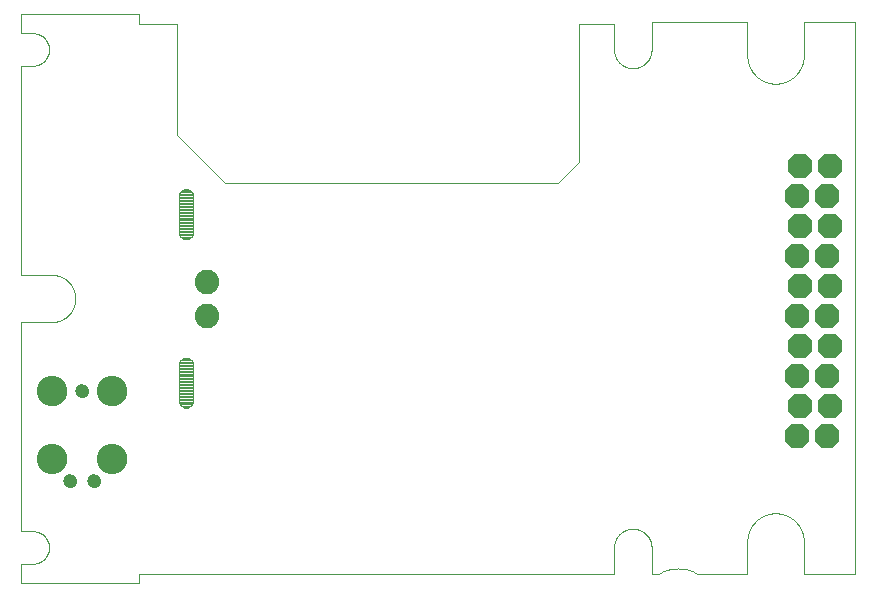
<source format=gbs>
G75*
%MOIN*%
%OFA0B0*%
%FSLAX25Y25*%
%IPPOS*%
%LPD*%
%AMOC8*
5,1,8,0,0,1.08239X$1,22.5*
%
%ADD10C,0.00100*%
%ADD11C,0.00492*%
%ADD12OC8,0.08200*%
%ADD13C,0.08200*%
%ADD14C,0.00000*%
%ADD15C,0.04700*%
%ADD16C,0.10150*%
D10*
X0007311Y0010025D02*
X0046681Y0010025D01*
X0046681Y0012741D01*
X0204998Y0012741D01*
X0204998Y0021741D01*
X0205000Y0021898D01*
X0205006Y0022055D01*
X0205016Y0022212D01*
X0205030Y0022368D01*
X0205047Y0022524D01*
X0205069Y0022680D01*
X0205094Y0022835D01*
X0205124Y0022989D01*
X0205157Y0023143D01*
X0205194Y0023295D01*
X0205235Y0023447D01*
X0205280Y0023598D01*
X0205329Y0023747D01*
X0205381Y0023895D01*
X0205437Y0024042D01*
X0205497Y0024187D01*
X0205560Y0024331D01*
X0205627Y0024473D01*
X0205697Y0024613D01*
X0205771Y0024752D01*
X0205848Y0024889D01*
X0205929Y0025023D01*
X0206013Y0025156D01*
X0206101Y0025286D01*
X0206192Y0025415D01*
X0206286Y0025541D01*
X0206383Y0025664D01*
X0206483Y0025785D01*
X0206586Y0025904D01*
X0206692Y0026019D01*
X0206801Y0026133D01*
X0206913Y0026243D01*
X0207027Y0026350D01*
X0207144Y0026455D01*
X0207264Y0026557D01*
X0207386Y0026655D01*
X0207511Y0026751D01*
X0207638Y0026843D01*
X0207768Y0026932D01*
X0207899Y0027018D01*
X0208033Y0027101D01*
X0208168Y0027180D01*
X0208306Y0027255D01*
X0208446Y0027328D01*
X0208587Y0027396D01*
X0208730Y0027461D01*
X0208874Y0027523D01*
X0209020Y0027581D01*
X0209168Y0027635D01*
X0209317Y0027685D01*
X0209467Y0027732D01*
X0209618Y0027775D01*
X0209770Y0027814D01*
X0209923Y0027849D01*
X0210077Y0027880D01*
X0210232Y0027908D01*
X0210387Y0027931D01*
X0210543Y0027951D01*
X0210699Y0027967D01*
X0210856Y0027979D01*
X0211012Y0027987D01*
X0211169Y0027991D01*
X0211327Y0027991D01*
X0211484Y0027987D01*
X0211640Y0027979D01*
X0211797Y0027967D01*
X0211953Y0027951D01*
X0212109Y0027931D01*
X0212264Y0027908D01*
X0212419Y0027880D01*
X0212573Y0027849D01*
X0212726Y0027814D01*
X0212878Y0027775D01*
X0213029Y0027732D01*
X0213179Y0027685D01*
X0213328Y0027635D01*
X0213476Y0027581D01*
X0213622Y0027523D01*
X0213766Y0027461D01*
X0213909Y0027396D01*
X0214050Y0027328D01*
X0214190Y0027255D01*
X0214328Y0027180D01*
X0214463Y0027101D01*
X0214597Y0027018D01*
X0214728Y0026932D01*
X0214858Y0026843D01*
X0214985Y0026751D01*
X0215110Y0026655D01*
X0215232Y0026557D01*
X0215352Y0026455D01*
X0215469Y0026350D01*
X0215583Y0026243D01*
X0215695Y0026133D01*
X0215804Y0026019D01*
X0215910Y0025904D01*
X0216013Y0025785D01*
X0216113Y0025664D01*
X0216210Y0025541D01*
X0216304Y0025415D01*
X0216395Y0025286D01*
X0216483Y0025156D01*
X0216567Y0025023D01*
X0216648Y0024889D01*
X0216725Y0024752D01*
X0216799Y0024613D01*
X0216869Y0024473D01*
X0216936Y0024331D01*
X0216999Y0024187D01*
X0217059Y0024042D01*
X0217115Y0023895D01*
X0217167Y0023747D01*
X0217216Y0023598D01*
X0217261Y0023447D01*
X0217302Y0023295D01*
X0217339Y0023143D01*
X0217372Y0022989D01*
X0217402Y0022835D01*
X0217427Y0022680D01*
X0217449Y0022524D01*
X0217466Y0022368D01*
X0217480Y0022212D01*
X0217490Y0022055D01*
X0217496Y0021898D01*
X0217498Y0021741D01*
X0217498Y0012741D01*
X0219528Y0012741D01*
X0233093Y0012741D02*
X0249411Y0012741D01*
X0249411Y0023741D01*
X0249414Y0023970D01*
X0249422Y0024199D01*
X0249436Y0024427D01*
X0249456Y0024655D01*
X0249481Y0024883D01*
X0249511Y0025110D01*
X0249547Y0025336D01*
X0249589Y0025561D01*
X0249636Y0025785D01*
X0249688Y0026008D01*
X0249746Y0026229D01*
X0249810Y0026449D01*
X0249878Y0026668D01*
X0249952Y0026884D01*
X0250031Y0027099D01*
X0250116Y0027312D01*
X0250205Y0027522D01*
X0250300Y0027731D01*
X0250399Y0027937D01*
X0250504Y0028141D01*
X0250614Y0028342D01*
X0250728Y0028540D01*
X0250847Y0028735D01*
X0250971Y0028928D01*
X0251100Y0029117D01*
X0251233Y0029303D01*
X0251371Y0029486D01*
X0251513Y0029666D01*
X0251659Y0029841D01*
X0251810Y0030014D01*
X0251965Y0030182D01*
X0252124Y0030347D01*
X0252287Y0030508D01*
X0252453Y0030665D01*
X0252624Y0030818D01*
X0252798Y0030966D01*
X0252976Y0031111D01*
X0253157Y0031250D01*
X0253342Y0031386D01*
X0253529Y0031517D01*
X0253720Y0031643D01*
X0253914Y0031765D01*
X0254111Y0031882D01*
X0254311Y0031994D01*
X0254513Y0032101D01*
X0254718Y0032203D01*
X0254925Y0032300D01*
X0255135Y0032392D01*
X0255346Y0032479D01*
X0255560Y0032561D01*
X0255776Y0032638D01*
X0255993Y0032709D01*
X0256213Y0032775D01*
X0256433Y0032835D01*
X0256656Y0032891D01*
X0256879Y0032940D01*
X0257104Y0032985D01*
X0257329Y0033023D01*
X0257556Y0033057D01*
X0257783Y0033085D01*
X0258011Y0033107D01*
X0258239Y0033124D01*
X0258468Y0033135D01*
X0258697Y0033140D01*
X0258925Y0033140D01*
X0259154Y0033135D01*
X0259383Y0033124D01*
X0259611Y0033107D01*
X0259839Y0033085D01*
X0260066Y0033057D01*
X0260293Y0033023D01*
X0260518Y0032985D01*
X0260743Y0032940D01*
X0260966Y0032891D01*
X0261189Y0032835D01*
X0261409Y0032775D01*
X0261629Y0032709D01*
X0261846Y0032638D01*
X0262062Y0032561D01*
X0262276Y0032479D01*
X0262487Y0032392D01*
X0262697Y0032300D01*
X0262904Y0032203D01*
X0263109Y0032101D01*
X0263311Y0031994D01*
X0263511Y0031882D01*
X0263708Y0031765D01*
X0263902Y0031643D01*
X0264093Y0031517D01*
X0264280Y0031386D01*
X0264465Y0031250D01*
X0264646Y0031111D01*
X0264824Y0030966D01*
X0264998Y0030818D01*
X0265169Y0030665D01*
X0265335Y0030508D01*
X0265498Y0030347D01*
X0265657Y0030182D01*
X0265812Y0030014D01*
X0265963Y0029841D01*
X0266109Y0029666D01*
X0266251Y0029486D01*
X0266389Y0029303D01*
X0266522Y0029117D01*
X0266651Y0028928D01*
X0266775Y0028735D01*
X0266894Y0028540D01*
X0267008Y0028342D01*
X0267118Y0028141D01*
X0267223Y0027937D01*
X0267322Y0027731D01*
X0267417Y0027522D01*
X0267506Y0027312D01*
X0267591Y0027099D01*
X0267670Y0026884D01*
X0267744Y0026668D01*
X0267812Y0026449D01*
X0267876Y0026229D01*
X0267934Y0026008D01*
X0267986Y0025785D01*
X0268033Y0025561D01*
X0268075Y0025336D01*
X0268111Y0025110D01*
X0268141Y0024883D01*
X0268166Y0024655D01*
X0268186Y0024427D01*
X0268200Y0024199D01*
X0268208Y0023970D01*
X0268211Y0023741D01*
X0268211Y0012741D01*
X0285311Y0012741D01*
X0285311Y0196741D01*
X0268211Y0196741D01*
X0268211Y0185741D01*
X0268208Y0185512D01*
X0268200Y0185283D01*
X0268186Y0185055D01*
X0268166Y0184827D01*
X0268141Y0184599D01*
X0268111Y0184372D01*
X0268075Y0184146D01*
X0268033Y0183921D01*
X0267986Y0183697D01*
X0267934Y0183474D01*
X0267876Y0183253D01*
X0267812Y0183033D01*
X0267744Y0182814D01*
X0267670Y0182598D01*
X0267591Y0182383D01*
X0267506Y0182170D01*
X0267417Y0181960D01*
X0267322Y0181751D01*
X0267223Y0181545D01*
X0267118Y0181341D01*
X0267008Y0181140D01*
X0266894Y0180942D01*
X0266775Y0180747D01*
X0266651Y0180554D01*
X0266522Y0180365D01*
X0266389Y0180179D01*
X0266251Y0179996D01*
X0266109Y0179816D01*
X0265963Y0179641D01*
X0265812Y0179468D01*
X0265657Y0179300D01*
X0265498Y0179135D01*
X0265335Y0178974D01*
X0265169Y0178817D01*
X0264998Y0178664D01*
X0264824Y0178516D01*
X0264646Y0178371D01*
X0264465Y0178232D01*
X0264280Y0178096D01*
X0264093Y0177965D01*
X0263902Y0177839D01*
X0263708Y0177717D01*
X0263511Y0177600D01*
X0263311Y0177488D01*
X0263109Y0177381D01*
X0262904Y0177279D01*
X0262697Y0177182D01*
X0262487Y0177090D01*
X0262276Y0177003D01*
X0262062Y0176921D01*
X0261846Y0176844D01*
X0261629Y0176773D01*
X0261409Y0176707D01*
X0261189Y0176647D01*
X0260966Y0176591D01*
X0260743Y0176542D01*
X0260518Y0176497D01*
X0260293Y0176459D01*
X0260066Y0176425D01*
X0259839Y0176397D01*
X0259611Y0176375D01*
X0259383Y0176358D01*
X0259154Y0176347D01*
X0258925Y0176342D01*
X0258697Y0176342D01*
X0258468Y0176347D01*
X0258239Y0176358D01*
X0258011Y0176375D01*
X0257783Y0176397D01*
X0257556Y0176425D01*
X0257329Y0176459D01*
X0257104Y0176497D01*
X0256879Y0176542D01*
X0256656Y0176591D01*
X0256433Y0176647D01*
X0256213Y0176707D01*
X0255993Y0176773D01*
X0255776Y0176844D01*
X0255560Y0176921D01*
X0255346Y0177003D01*
X0255135Y0177090D01*
X0254925Y0177182D01*
X0254718Y0177279D01*
X0254513Y0177381D01*
X0254311Y0177488D01*
X0254111Y0177600D01*
X0253914Y0177717D01*
X0253720Y0177839D01*
X0253529Y0177965D01*
X0253342Y0178096D01*
X0253157Y0178232D01*
X0252976Y0178371D01*
X0252798Y0178516D01*
X0252624Y0178664D01*
X0252453Y0178817D01*
X0252287Y0178974D01*
X0252124Y0179135D01*
X0251965Y0179300D01*
X0251810Y0179468D01*
X0251659Y0179641D01*
X0251513Y0179816D01*
X0251371Y0179996D01*
X0251233Y0180179D01*
X0251100Y0180365D01*
X0250971Y0180554D01*
X0250847Y0180747D01*
X0250728Y0180942D01*
X0250614Y0181140D01*
X0250504Y0181341D01*
X0250399Y0181545D01*
X0250300Y0181751D01*
X0250205Y0181960D01*
X0250116Y0182170D01*
X0250031Y0182383D01*
X0249952Y0182598D01*
X0249878Y0182814D01*
X0249810Y0183033D01*
X0249746Y0183253D01*
X0249688Y0183474D01*
X0249636Y0183697D01*
X0249589Y0183921D01*
X0249547Y0184146D01*
X0249511Y0184372D01*
X0249481Y0184599D01*
X0249456Y0184827D01*
X0249436Y0185055D01*
X0249422Y0185283D01*
X0249414Y0185512D01*
X0249411Y0185741D01*
X0249411Y0196741D01*
X0217498Y0196741D01*
X0217498Y0187741D01*
X0217496Y0187584D01*
X0217490Y0187427D01*
X0217480Y0187270D01*
X0217466Y0187114D01*
X0217449Y0186958D01*
X0217427Y0186802D01*
X0217402Y0186647D01*
X0217372Y0186493D01*
X0217339Y0186339D01*
X0217302Y0186187D01*
X0217261Y0186035D01*
X0217216Y0185884D01*
X0217167Y0185735D01*
X0217115Y0185587D01*
X0217059Y0185440D01*
X0216999Y0185295D01*
X0216936Y0185151D01*
X0216869Y0185009D01*
X0216799Y0184869D01*
X0216725Y0184730D01*
X0216648Y0184593D01*
X0216567Y0184459D01*
X0216483Y0184326D01*
X0216395Y0184196D01*
X0216304Y0184067D01*
X0216210Y0183941D01*
X0216113Y0183818D01*
X0216013Y0183697D01*
X0215910Y0183578D01*
X0215804Y0183463D01*
X0215695Y0183349D01*
X0215583Y0183239D01*
X0215469Y0183132D01*
X0215352Y0183027D01*
X0215232Y0182925D01*
X0215110Y0182827D01*
X0214985Y0182731D01*
X0214858Y0182639D01*
X0214728Y0182550D01*
X0214597Y0182464D01*
X0214463Y0182381D01*
X0214328Y0182302D01*
X0214190Y0182227D01*
X0214050Y0182154D01*
X0213909Y0182086D01*
X0213766Y0182021D01*
X0213622Y0181959D01*
X0213476Y0181901D01*
X0213328Y0181847D01*
X0213179Y0181797D01*
X0213029Y0181750D01*
X0212878Y0181707D01*
X0212726Y0181668D01*
X0212573Y0181633D01*
X0212419Y0181602D01*
X0212264Y0181574D01*
X0212109Y0181551D01*
X0211953Y0181531D01*
X0211797Y0181515D01*
X0211640Y0181503D01*
X0211484Y0181495D01*
X0211327Y0181491D01*
X0211169Y0181491D01*
X0211012Y0181495D01*
X0210856Y0181503D01*
X0210699Y0181515D01*
X0210543Y0181531D01*
X0210387Y0181551D01*
X0210232Y0181574D01*
X0210077Y0181602D01*
X0209923Y0181633D01*
X0209770Y0181668D01*
X0209618Y0181707D01*
X0209467Y0181750D01*
X0209317Y0181797D01*
X0209168Y0181847D01*
X0209020Y0181901D01*
X0208874Y0181959D01*
X0208730Y0182021D01*
X0208587Y0182086D01*
X0208446Y0182154D01*
X0208306Y0182227D01*
X0208168Y0182302D01*
X0208033Y0182381D01*
X0207899Y0182464D01*
X0207768Y0182550D01*
X0207638Y0182639D01*
X0207511Y0182731D01*
X0207386Y0182827D01*
X0207264Y0182925D01*
X0207144Y0183027D01*
X0207027Y0183132D01*
X0206913Y0183239D01*
X0206801Y0183349D01*
X0206692Y0183463D01*
X0206586Y0183578D01*
X0206483Y0183697D01*
X0206383Y0183818D01*
X0206286Y0183941D01*
X0206192Y0184067D01*
X0206101Y0184196D01*
X0206013Y0184326D01*
X0205929Y0184459D01*
X0205848Y0184593D01*
X0205771Y0184730D01*
X0205697Y0184869D01*
X0205627Y0185009D01*
X0205560Y0185151D01*
X0205497Y0185295D01*
X0205437Y0185440D01*
X0205381Y0185587D01*
X0205329Y0185735D01*
X0205280Y0185884D01*
X0205235Y0186035D01*
X0205194Y0186187D01*
X0205157Y0186339D01*
X0205124Y0186493D01*
X0205094Y0186647D01*
X0205069Y0186802D01*
X0205047Y0186958D01*
X0205030Y0187114D01*
X0205016Y0187270D01*
X0205006Y0187427D01*
X0205000Y0187584D01*
X0204998Y0187741D01*
X0204998Y0196300D01*
X0193300Y0196300D01*
X0193300Y0150300D01*
X0186300Y0143300D01*
X0075300Y0143300D01*
X0059300Y0159300D01*
X0059300Y0196300D01*
X0046681Y0196300D01*
X0046681Y0199458D01*
X0007311Y0199458D01*
X0007311Y0193155D01*
X0011248Y0193155D01*
X0011248Y0193154D02*
X0011393Y0193152D01*
X0011539Y0193146D01*
X0011684Y0193136D01*
X0011828Y0193123D01*
X0011973Y0193105D01*
X0012116Y0193084D01*
X0012259Y0193059D01*
X0012402Y0193030D01*
X0012543Y0192997D01*
X0012684Y0192960D01*
X0012824Y0192920D01*
X0012962Y0192875D01*
X0013099Y0192828D01*
X0013235Y0192776D01*
X0013370Y0192721D01*
X0013503Y0192662D01*
X0013634Y0192600D01*
X0013764Y0192534D01*
X0013891Y0192465D01*
X0014017Y0192392D01*
X0014141Y0192316D01*
X0014263Y0192237D01*
X0014382Y0192154D01*
X0014500Y0192068D01*
X0014615Y0191980D01*
X0014727Y0191888D01*
X0014837Y0191793D01*
X0014945Y0191695D01*
X0015050Y0191594D01*
X0015152Y0191491D01*
X0015251Y0191385D01*
X0015348Y0191276D01*
X0015441Y0191164D01*
X0015531Y0191051D01*
X0015619Y0190934D01*
X0015703Y0190816D01*
X0015784Y0190695D01*
X0015861Y0190572D01*
X0015936Y0190448D01*
X0016007Y0190321D01*
X0016074Y0190192D01*
X0016138Y0190062D01*
X0016199Y0189929D01*
X0016256Y0189796D01*
X0016309Y0189660D01*
X0016359Y0189524D01*
X0016405Y0189386D01*
X0016447Y0189247D01*
X0016486Y0189107D01*
X0016521Y0188966D01*
X0016552Y0188824D01*
X0016579Y0188681D01*
X0016602Y0188537D01*
X0016622Y0188393D01*
X0016637Y0188249D01*
X0016649Y0188104D01*
X0016657Y0187959D01*
X0016661Y0187814D01*
X0016661Y0187668D01*
X0016657Y0187523D01*
X0016649Y0187378D01*
X0016637Y0187233D01*
X0016622Y0187089D01*
X0016602Y0186945D01*
X0016579Y0186801D01*
X0016552Y0186658D01*
X0016521Y0186516D01*
X0016486Y0186375D01*
X0016447Y0186235D01*
X0016405Y0186096D01*
X0016359Y0185958D01*
X0016309Y0185822D01*
X0016256Y0185686D01*
X0016199Y0185553D01*
X0016138Y0185420D01*
X0016074Y0185290D01*
X0016007Y0185161D01*
X0015936Y0185035D01*
X0015861Y0184910D01*
X0015784Y0184787D01*
X0015703Y0184666D01*
X0015619Y0184548D01*
X0015531Y0184431D01*
X0015441Y0184318D01*
X0015348Y0184206D01*
X0015251Y0184097D01*
X0015152Y0183991D01*
X0015050Y0183888D01*
X0014945Y0183787D01*
X0014837Y0183689D01*
X0014727Y0183594D01*
X0014615Y0183502D01*
X0014500Y0183414D01*
X0014382Y0183328D01*
X0014263Y0183245D01*
X0014141Y0183166D01*
X0014017Y0183090D01*
X0013891Y0183017D01*
X0013764Y0182948D01*
X0013634Y0182882D01*
X0013503Y0182820D01*
X0013370Y0182761D01*
X0013235Y0182706D01*
X0013099Y0182654D01*
X0012962Y0182607D01*
X0012824Y0182562D01*
X0012684Y0182522D01*
X0012543Y0182485D01*
X0012402Y0182452D01*
X0012259Y0182423D01*
X0012116Y0182398D01*
X0011973Y0182377D01*
X0011828Y0182359D01*
X0011684Y0182346D01*
X0011539Y0182336D01*
X0011393Y0182330D01*
X0011248Y0182328D01*
X0007311Y0182328D01*
X0007311Y0112615D01*
X0017540Y0112615D01*
X0017732Y0112613D01*
X0017923Y0112606D01*
X0018115Y0112594D01*
X0018306Y0112578D01*
X0018496Y0112557D01*
X0018686Y0112531D01*
X0018876Y0112501D01*
X0019064Y0112466D01*
X0019252Y0112427D01*
X0019439Y0112383D01*
X0019624Y0112334D01*
X0019808Y0112281D01*
X0019991Y0112224D01*
X0020173Y0112162D01*
X0020353Y0112095D01*
X0020531Y0112025D01*
X0020708Y0111950D01*
X0020882Y0111870D01*
X0021055Y0111787D01*
X0021225Y0111699D01*
X0021394Y0111608D01*
X0021560Y0111512D01*
X0021723Y0111412D01*
X0021885Y0111308D01*
X0022043Y0111200D01*
X0022199Y0111089D01*
X0022352Y0110973D01*
X0022503Y0110854D01*
X0022650Y0110732D01*
X0022794Y0110605D01*
X0022936Y0110476D01*
X0023074Y0110343D01*
X0023209Y0110206D01*
X0023340Y0110066D01*
X0023468Y0109924D01*
X0023592Y0109778D01*
X0023713Y0109629D01*
X0023830Y0109477D01*
X0023944Y0109323D01*
X0024054Y0109165D01*
X0024159Y0109005D01*
X0024261Y0108843D01*
X0024359Y0108678D01*
X0024453Y0108511D01*
X0024543Y0108341D01*
X0024628Y0108170D01*
X0024710Y0107996D01*
X0024787Y0107821D01*
X0024860Y0107643D01*
X0024928Y0107464D01*
X0024992Y0107283D01*
X0025052Y0107101D01*
X0025107Y0106918D01*
X0025158Y0106733D01*
X0025204Y0106547D01*
X0025246Y0106359D01*
X0025283Y0106171D01*
X0025316Y0105982D01*
X0025343Y0105793D01*
X0025367Y0105602D01*
X0025385Y0105411D01*
X0025399Y0105220D01*
X0025409Y0105029D01*
X0025413Y0104837D01*
X0025413Y0104645D01*
X0025409Y0104453D01*
X0025399Y0104262D01*
X0025385Y0104071D01*
X0025367Y0103880D01*
X0025343Y0103689D01*
X0025316Y0103500D01*
X0025283Y0103311D01*
X0025246Y0103123D01*
X0025204Y0102935D01*
X0025158Y0102749D01*
X0025107Y0102564D01*
X0025052Y0102381D01*
X0024992Y0102199D01*
X0024928Y0102018D01*
X0024860Y0101839D01*
X0024787Y0101661D01*
X0024710Y0101486D01*
X0024628Y0101312D01*
X0024543Y0101141D01*
X0024453Y0100971D01*
X0024359Y0100804D01*
X0024261Y0100639D01*
X0024159Y0100477D01*
X0024054Y0100317D01*
X0023944Y0100159D01*
X0023830Y0100005D01*
X0023713Y0099853D01*
X0023592Y0099704D01*
X0023468Y0099558D01*
X0023340Y0099416D01*
X0023209Y0099276D01*
X0023074Y0099139D01*
X0022936Y0099006D01*
X0022794Y0098877D01*
X0022650Y0098750D01*
X0022503Y0098628D01*
X0022352Y0098509D01*
X0022199Y0098393D01*
X0022043Y0098282D01*
X0021885Y0098174D01*
X0021723Y0098070D01*
X0021560Y0097970D01*
X0021394Y0097874D01*
X0021225Y0097783D01*
X0021055Y0097695D01*
X0020882Y0097612D01*
X0020708Y0097532D01*
X0020531Y0097457D01*
X0020353Y0097387D01*
X0020173Y0097320D01*
X0019991Y0097258D01*
X0019808Y0097201D01*
X0019624Y0097148D01*
X0019439Y0097099D01*
X0019252Y0097055D01*
X0019064Y0097016D01*
X0018876Y0096981D01*
X0018686Y0096951D01*
X0018496Y0096925D01*
X0018306Y0096904D01*
X0018115Y0096888D01*
X0017923Y0096876D01*
X0017732Y0096869D01*
X0017540Y0096867D01*
X0007311Y0096867D01*
X0007311Y0027155D01*
X0011248Y0027155D01*
X0011248Y0027154D02*
X0011393Y0027152D01*
X0011539Y0027146D01*
X0011684Y0027136D01*
X0011828Y0027123D01*
X0011973Y0027105D01*
X0012116Y0027084D01*
X0012259Y0027059D01*
X0012402Y0027030D01*
X0012543Y0026997D01*
X0012684Y0026960D01*
X0012824Y0026920D01*
X0012962Y0026875D01*
X0013099Y0026828D01*
X0013235Y0026776D01*
X0013370Y0026721D01*
X0013503Y0026662D01*
X0013634Y0026600D01*
X0013764Y0026534D01*
X0013891Y0026465D01*
X0014017Y0026392D01*
X0014141Y0026316D01*
X0014263Y0026237D01*
X0014382Y0026154D01*
X0014500Y0026068D01*
X0014615Y0025980D01*
X0014727Y0025888D01*
X0014837Y0025793D01*
X0014945Y0025695D01*
X0015050Y0025594D01*
X0015152Y0025491D01*
X0015251Y0025385D01*
X0015348Y0025276D01*
X0015441Y0025164D01*
X0015531Y0025051D01*
X0015619Y0024934D01*
X0015703Y0024816D01*
X0015784Y0024695D01*
X0015861Y0024572D01*
X0015936Y0024448D01*
X0016007Y0024321D01*
X0016074Y0024192D01*
X0016138Y0024062D01*
X0016199Y0023929D01*
X0016256Y0023796D01*
X0016309Y0023660D01*
X0016359Y0023524D01*
X0016405Y0023386D01*
X0016447Y0023247D01*
X0016486Y0023107D01*
X0016521Y0022966D01*
X0016552Y0022824D01*
X0016579Y0022681D01*
X0016602Y0022537D01*
X0016622Y0022393D01*
X0016637Y0022249D01*
X0016649Y0022104D01*
X0016657Y0021959D01*
X0016661Y0021814D01*
X0016661Y0021668D01*
X0016657Y0021523D01*
X0016649Y0021378D01*
X0016637Y0021233D01*
X0016622Y0021089D01*
X0016602Y0020945D01*
X0016579Y0020801D01*
X0016552Y0020658D01*
X0016521Y0020516D01*
X0016486Y0020375D01*
X0016447Y0020235D01*
X0016405Y0020096D01*
X0016359Y0019958D01*
X0016309Y0019822D01*
X0016256Y0019686D01*
X0016199Y0019553D01*
X0016138Y0019420D01*
X0016074Y0019290D01*
X0016007Y0019161D01*
X0015936Y0019035D01*
X0015861Y0018910D01*
X0015784Y0018787D01*
X0015703Y0018666D01*
X0015619Y0018548D01*
X0015531Y0018431D01*
X0015441Y0018318D01*
X0015348Y0018206D01*
X0015251Y0018097D01*
X0015152Y0017991D01*
X0015050Y0017888D01*
X0014945Y0017787D01*
X0014837Y0017689D01*
X0014727Y0017594D01*
X0014615Y0017502D01*
X0014500Y0017414D01*
X0014382Y0017328D01*
X0014263Y0017245D01*
X0014141Y0017166D01*
X0014017Y0017090D01*
X0013891Y0017017D01*
X0013764Y0016948D01*
X0013634Y0016882D01*
X0013503Y0016820D01*
X0013370Y0016761D01*
X0013235Y0016706D01*
X0013099Y0016654D01*
X0012962Y0016607D01*
X0012824Y0016562D01*
X0012684Y0016522D01*
X0012543Y0016485D01*
X0012402Y0016452D01*
X0012259Y0016423D01*
X0012116Y0016398D01*
X0011973Y0016377D01*
X0011828Y0016359D01*
X0011684Y0016346D01*
X0011539Y0016336D01*
X0011393Y0016330D01*
X0011248Y0016328D01*
X0007311Y0016328D01*
X0007311Y0010025D01*
X0219529Y0012741D02*
X0219787Y0012903D01*
X0220049Y0013059D01*
X0220315Y0013209D01*
X0220584Y0013352D01*
X0220857Y0013488D01*
X0221133Y0013618D01*
X0221412Y0013741D01*
X0221695Y0013857D01*
X0221979Y0013966D01*
X0222267Y0014069D01*
X0222557Y0014164D01*
X0222849Y0014252D01*
X0223143Y0014333D01*
X0223439Y0014407D01*
X0223737Y0014473D01*
X0224036Y0014532D01*
X0224336Y0014584D01*
X0224638Y0014629D01*
X0224941Y0014666D01*
X0225245Y0014695D01*
X0225549Y0014718D01*
X0225854Y0014733D01*
X0226158Y0014740D01*
X0226464Y0014740D01*
X0226768Y0014733D01*
X0227073Y0014718D01*
X0227377Y0014695D01*
X0227681Y0014666D01*
X0227984Y0014629D01*
X0228286Y0014584D01*
X0228586Y0014532D01*
X0228885Y0014473D01*
X0229183Y0014407D01*
X0229479Y0014333D01*
X0229773Y0014252D01*
X0230065Y0014164D01*
X0230355Y0014069D01*
X0230643Y0013966D01*
X0230927Y0013857D01*
X0231210Y0013741D01*
X0231489Y0013618D01*
X0231765Y0013488D01*
X0232038Y0013352D01*
X0232307Y0013209D01*
X0232573Y0013059D01*
X0232835Y0012903D01*
X0233093Y0012741D01*
D11*
X0064573Y0069853D02*
X0064346Y0069427D01*
X0064040Y0069055D01*
X0063667Y0068749D01*
X0063242Y0068521D01*
X0062780Y0068381D01*
X0062300Y0068334D01*
X0061820Y0068381D01*
X0061358Y0068521D01*
X0060933Y0068749D01*
X0060560Y0069055D01*
X0060254Y0069427D01*
X0060027Y0069853D01*
X0059887Y0070314D01*
X0059839Y0070794D01*
X0059839Y0076700D01*
X0059839Y0082606D01*
X0059887Y0083086D01*
X0060027Y0083547D01*
X0060254Y0083973D01*
X0060560Y0084345D01*
X0060933Y0084651D01*
X0061358Y0084879D01*
X0061820Y0085019D01*
X0062300Y0085066D01*
X0062780Y0085019D01*
X0063242Y0084879D01*
X0063667Y0084651D01*
X0064040Y0084345D01*
X0064346Y0083973D01*
X0064573Y0083547D01*
X0064713Y0083086D01*
X0064761Y0082606D01*
X0064761Y0070794D01*
X0064713Y0070314D01*
X0064573Y0069853D01*
X0064590Y0069907D02*
X0060010Y0069907D01*
X0059878Y0070397D02*
X0064722Y0070397D01*
X0064761Y0070888D02*
X0059839Y0070888D01*
X0059839Y0071379D02*
X0064761Y0071379D01*
X0064761Y0071869D02*
X0059839Y0071869D01*
X0059839Y0072360D02*
X0064761Y0072360D01*
X0064761Y0072851D02*
X0059839Y0072851D01*
X0059839Y0073341D02*
X0064761Y0073341D01*
X0064761Y0073832D02*
X0059839Y0073832D01*
X0059839Y0074323D02*
X0064761Y0074323D01*
X0064761Y0074813D02*
X0059839Y0074813D01*
X0059839Y0075304D02*
X0064761Y0075304D01*
X0064761Y0075794D02*
X0059839Y0075794D01*
X0059839Y0076285D02*
X0064761Y0076285D01*
X0064761Y0076776D02*
X0059839Y0076776D01*
X0059839Y0077266D02*
X0064761Y0077266D01*
X0064761Y0077757D02*
X0059839Y0077757D01*
X0059839Y0078248D02*
X0064761Y0078248D01*
X0064761Y0078738D02*
X0059839Y0078738D01*
X0059839Y0079229D02*
X0064761Y0079229D01*
X0064761Y0079720D02*
X0059839Y0079720D01*
X0059839Y0080210D02*
X0064761Y0080210D01*
X0064761Y0080701D02*
X0059839Y0080701D01*
X0059839Y0081191D02*
X0064761Y0081191D01*
X0064761Y0081682D02*
X0059839Y0081682D01*
X0059839Y0082173D02*
X0064761Y0082173D01*
X0064755Y0082663D02*
X0059845Y0082663D01*
X0059907Y0083154D02*
X0064693Y0083154D01*
X0064521Y0083645D02*
X0060079Y0083645D01*
X0060388Y0084135D02*
X0064212Y0084135D01*
X0063698Y0084626D02*
X0060902Y0084626D01*
X0060263Y0069416D02*
X0064337Y0069416D01*
X0063883Y0068925D02*
X0060717Y0068925D01*
X0061643Y0068435D02*
X0062957Y0068435D01*
X0062300Y0124434D02*
X0061820Y0124481D01*
X0061358Y0124621D01*
X0060933Y0124849D01*
X0060560Y0125155D01*
X0060254Y0125527D01*
X0060027Y0125953D01*
X0059887Y0126414D01*
X0059839Y0126894D01*
X0059839Y0132800D01*
X0059839Y0138706D01*
X0059887Y0139186D01*
X0060027Y0139647D01*
X0060254Y0140073D01*
X0060560Y0140445D01*
X0060933Y0140751D01*
X0061358Y0140979D01*
X0061820Y0141119D01*
X0062300Y0141166D01*
X0062780Y0141119D01*
X0063242Y0140979D01*
X0063667Y0140751D01*
X0064040Y0140445D01*
X0064346Y0140073D01*
X0064573Y0139647D01*
X0064713Y0139186D01*
X0064761Y0138706D01*
X0064761Y0126894D01*
X0064713Y0126414D01*
X0064573Y0125953D01*
X0064346Y0125527D01*
X0064040Y0125155D01*
X0063667Y0124849D01*
X0063242Y0124621D01*
X0062780Y0124481D01*
X0062300Y0124434D01*
X0060921Y0124858D02*
X0063679Y0124858D01*
X0064199Y0125349D02*
X0060401Y0125349D01*
X0060087Y0125839D02*
X0064513Y0125839D01*
X0064688Y0126330D02*
X0059912Y0126330D01*
X0059847Y0126821D02*
X0064753Y0126821D01*
X0064761Y0127311D02*
X0059839Y0127311D01*
X0059839Y0127802D02*
X0064761Y0127802D01*
X0064761Y0128293D02*
X0059839Y0128293D01*
X0059839Y0128783D02*
X0064761Y0128783D01*
X0064761Y0129274D02*
X0059839Y0129274D01*
X0059839Y0129765D02*
X0064761Y0129765D01*
X0064761Y0130255D02*
X0059839Y0130255D01*
X0059839Y0130746D02*
X0064761Y0130746D01*
X0064761Y0131236D02*
X0059839Y0131236D01*
X0059839Y0131727D02*
X0064761Y0131727D01*
X0064761Y0132218D02*
X0059839Y0132218D01*
X0059839Y0132708D02*
X0064761Y0132708D01*
X0064761Y0133199D02*
X0059839Y0133199D01*
X0059839Y0133690D02*
X0064761Y0133690D01*
X0064761Y0134180D02*
X0059839Y0134180D01*
X0059839Y0134671D02*
X0064761Y0134671D01*
X0064761Y0135162D02*
X0059839Y0135162D01*
X0059839Y0135652D02*
X0064761Y0135652D01*
X0064761Y0136143D02*
X0059839Y0136143D01*
X0059839Y0136633D02*
X0064761Y0136633D01*
X0064761Y0137124D02*
X0059839Y0137124D01*
X0059839Y0137615D02*
X0064761Y0137615D01*
X0064761Y0138105D02*
X0059839Y0138105D01*
X0059839Y0138596D02*
X0064761Y0138596D01*
X0064723Y0139087D02*
X0059877Y0139087D01*
X0060005Y0139577D02*
X0064595Y0139577D01*
X0064348Y0140068D02*
X0060252Y0140068D01*
X0060698Y0140559D02*
X0063902Y0140559D01*
X0063010Y0141049D02*
X0061590Y0141049D01*
D12*
X0265831Y0138906D03*
X0275831Y0138906D03*
X0276831Y0128906D03*
X0266831Y0128906D03*
X0265831Y0118906D03*
X0275831Y0118906D03*
X0276831Y0108906D03*
X0266831Y0108906D03*
X0265831Y0098906D03*
X0275831Y0098906D03*
X0276831Y0088906D03*
X0266831Y0088906D03*
X0265831Y0078906D03*
X0275831Y0078906D03*
X0276831Y0068906D03*
X0266831Y0068906D03*
X0265831Y0058906D03*
X0275831Y0058906D03*
X0276831Y0148906D03*
X0266831Y0148906D03*
D13*
X0069434Y0110162D03*
X0069434Y0098762D03*
D14*
X0033025Y0073900D02*
X0033027Y0074037D01*
X0033033Y0074173D01*
X0033043Y0074309D01*
X0033057Y0074445D01*
X0033075Y0074581D01*
X0033097Y0074716D01*
X0033122Y0074850D01*
X0033152Y0074983D01*
X0033186Y0075115D01*
X0033223Y0075247D01*
X0033264Y0075377D01*
X0033310Y0075506D01*
X0033358Y0075634D01*
X0033411Y0075760D01*
X0033467Y0075884D01*
X0033527Y0076007D01*
X0033590Y0076128D01*
X0033657Y0076247D01*
X0033727Y0076364D01*
X0033801Y0076480D01*
X0033878Y0076592D01*
X0033958Y0076703D01*
X0034042Y0076811D01*
X0034129Y0076917D01*
X0034218Y0077020D01*
X0034311Y0077120D01*
X0034406Y0077218D01*
X0034505Y0077313D01*
X0034606Y0077405D01*
X0034710Y0077493D01*
X0034816Y0077579D01*
X0034925Y0077662D01*
X0035036Y0077741D01*
X0035149Y0077818D01*
X0035265Y0077891D01*
X0035382Y0077960D01*
X0035502Y0078026D01*
X0035623Y0078088D01*
X0035747Y0078147D01*
X0035872Y0078203D01*
X0035998Y0078254D01*
X0036126Y0078302D01*
X0036255Y0078346D01*
X0036386Y0078387D01*
X0036518Y0078423D01*
X0036650Y0078456D01*
X0036784Y0078484D01*
X0036918Y0078509D01*
X0037053Y0078530D01*
X0037189Y0078547D01*
X0037325Y0078560D01*
X0037461Y0078569D01*
X0037598Y0078574D01*
X0037734Y0078575D01*
X0037871Y0078572D01*
X0038007Y0078565D01*
X0038143Y0078554D01*
X0038279Y0078539D01*
X0038414Y0078520D01*
X0038549Y0078497D01*
X0038683Y0078470D01*
X0038816Y0078440D01*
X0038948Y0078405D01*
X0039080Y0078367D01*
X0039209Y0078325D01*
X0039338Y0078279D01*
X0039465Y0078229D01*
X0039591Y0078175D01*
X0039715Y0078118D01*
X0039838Y0078058D01*
X0039958Y0077993D01*
X0040077Y0077926D01*
X0040193Y0077855D01*
X0040308Y0077780D01*
X0040420Y0077702D01*
X0040530Y0077621D01*
X0040638Y0077537D01*
X0040743Y0077449D01*
X0040845Y0077359D01*
X0040945Y0077266D01*
X0041042Y0077169D01*
X0041136Y0077070D01*
X0041227Y0076969D01*
X0041315Y0076864D01*
X0041400Y0076757D01*
X0041482Y0076648D01*
X0041561Y0076536D01*
X0041636Y0076422D01*
X0041708Y0076306D01*
X0041777Y0076188D01*
X0041842Y0076068D01*
X0041904Y0075946D01*
X0041962Y0075822D01*
X0042016Y0075697D01*
X0042067Y0075570D01*
X0042113Y0075442D01*
X0042157Y0075312D01*
X0042196Y0075181D01*
X0042232Y0075049D01*
X0042263Y0074916D01*
X0042291Y0074783D01*
X0042315Y0074648D01*
X0042335Y0074513D01*
X0042351Y0074377D01*
X0042363Y0074241D01*
X0042371Y0074105D01*
X0042375Y0073968D01*
X0042375Y0073832D01*
X0042371Y0073695D01*
X0042363Y0073559D01*
X0042351Y0073423D01*
X0042335Y0073287D01*
X0042315Y0073152D01*
X0042291Y0073017D01*
X0042263Y0072884D01*
X0042232Y0072751D01*
X0042196Y0072619D01*
X0042157Y0072488D01*
X0042113Y0072358D01*
X0042067Y0072230D01*
X0042016Y0072103D01*
X0041962Y0071978D01*
X0041904Y0071854D01*
X0041842Y0071732D01*
X0041777Y0071612D01*
X0041708Y0071494D01*
X0041636Y0071378D01*
X0041561Y0071264D01*
X0041482Y0071152D01*
X0041400Y0071043D01*
X0041315Y0070936D01*
X0041227Y0070831D01*
X0041136Y0070730D01*
X0041042Y0070631D01*
X0040945Y0070534D01*
X0040845Y0070441D01*
X0040743Y0070351D01*
X0040638Y0070263D01*
X0040530Y0070179D01*
X0040420Y0070098D01*
X0040308Y0070020D01*
X0040193Y0069945D01*
X0040077Y0069874D01*
X0039958Y0069807D01*
X0039838Y0069742D01*
X0039715Y0069682D01*
X0039591Y0069625D01*
X0039465Y0069571D01*
X0039338Y0069521D01*
X0039209Y0069475D01*
X0039080Y0069433D01*
X0038948Y0069395D01*
X0038816Y0069360D01*
X0038683Y0069330D01*
X0038549Y0069303D01*
X0038414Y0069280D01*
X0038279Y0069261D01*
X0038143Y0069246D01*
X0038007Y0069235D01*
X0037871Y0069228D01*
X0037734Y0069225D01*
X0037598Y0069226D01*
X0037461Y0069231D01*
X0037325Y0069240D01*
X0037189Y0069253D01*
X0037053Y0069270D01*
X0036918Y0069291D01*
X0036784Y0069316D01*
X0036650Y0069344D01*
X0036518Y0069377D01*
X0036386Y0069413D01*
X0036255Y0069454D01*
X0036126Y0069498D01*
X0035998Y0069546D01*
X0035872Y0069597D01*
X0035747Y0069653D01*
X0035623Y0069712D01*
X0035502Y0069774D01*
X0035382Y0069840D01*
X0035265Y0069909D01*
X0035149Y0069982D01*
X0035036Y0070059D01*
X0034925Y0070138D01*
X0034816Y0070221D01*
X0034710Y0070307D01*
X0034606Y0070395D01*
X0034505Y0070487D01*
X0034406Y0070582D01*
X0034311Y0070680D01*
X0034218Y0070780D01*
X0034129Y0070883D01*
X0034042Y0070989D01*
X0033958Y0071097D01*
X0033878Y0071208D01*
X0033801Y0071320D01*
X0033727Y0071436D01*
X0033657Y0071553D01*
X0033590Y0071672D01*
X0033527Y0071793D01*
X0033467Y0071916D01*
X0033411Y0072040D01*
X0033358Y0072166D01*
X0033310Y0072294D01*
X0033264Y0072423D01*
X0033223Y0072553D01*
X0033186Y0072685D01*
X0033152Y0072817D01*
X0033122Y0072950D01*
X0033097Y0073084D01*
X0033075Y0073219D01*
X0033057Y0073355D01*
X0033043Y0073491D01*
X0033033Y0073627D01*
X0033027Y0073763D01*
X0033025Y0073900D01*
X0025750Y0073900D02*
X0025752Y0073988D01*
X0025758Y0074076D01*
X0025768Y0074164D01*
X0025782Y0074251D01*
X0025800Y0074337D01*
X0025821Y0074422D01*
X0025847Y0074507D01*
X0025876Y0074590D01*
X0025909Y0074672D01*
X0025946Y0074752D01*
X0025986Y0074830D01*
X0026030Y0074907D01*
X0026077Y0074981D01*
X0026128Y0075053D01*
X0026181Y0075123D01*
X0026238Y0075191D01*
X0026298Y0075255D01*
X0026361Y0075317D01*
X0026426Y0075376D01*
X0026494Y0075432D01*
X0026565Y0075485D01*
X0026637Y0075535D01*
X0026712Y0075581D01*
X0026789Y0075624D01*
X0026868Y0075664D01*
X0026949Y0075699D01*
X0027031Y0075732D01*
X0027114Y0075760D01*
X0027199Y0075785D01*
X0027285Y0075805D01*
X0027371Y0075822D01*
X0027458Y0075835D01*
X0027546Y0075844D01*
X0027634Y0075849D01*
X0027722Y0075850D01*
X0027810Y0075847D01*
X0027898Y0075840D01*
X0027985Y0075829D01*
X0028072Y0075814D01*
X0028158Y0075795D01*
X0028244Y0075773D01*
X0028328Y0075746D01*
X0028410Y0075716D01*
X0028492Y0075682D01*
X0028572Y0075644D01*
X0028649Y0075603D01*
X0028725Y0075559D01*
X0028799Y0075511D01*
X0028871Y0075459D01*
X0028940Y0075405D01*
X0029007Y0075347D01*
X0029071Y0075287D01*
X0029132Y0075223D01*
X0029191Y0075157D01*
X0029246Y0075089D01*
X0029298Y0075017D01*
X0029347Y0074944D01*
X0029392Y0074869D01*
X0029434Y0074791D01*
X0029473Y0074712D01*
X0029508Y0074631D01*
X0029539Y0074548D01*
X0029566Y0074465D01*
X0029590Y0074380D01*
X0029610Y0074294D01*
X0029626Y0074207D01*
X0029638Y0074120D01*
X0029646Y0074032D01*
X0029650Y0073944D01*
X0029650Y0073856D01*
X0029646Y0073768D01*
X0029638Y0073680D01*
X0029626Y0073593D01*
X0029610Y0073506D01*
X0029590Y0073420D01*
X0029566Y0073335D01*
X0029539Y0073252D01*
X0029508Y0073169D01*
X0029473Y0073088D01*
X0029434Y0073009D01*
X0029392Y0072931D01*
X0029347Y0072856D01*
X0029298Y0072783D01*
X0029246Y0072711D01*
X0029191Y0072643D01*
X0029132Y0072577D01*
X0029071Y0072513D01*
X0029007Y0072453D01*
X0028940Y0072395D01*
X0028871Y0072341D01*
X0028799Y0072289D01*
X0028725Y0072241D01*
X0028649Y0072197D01*
X0028572Y0072156D01*
X0028492Y0072118D01*
X0028410Y0072084D01*
X0028328Y0072054D01*
X0028244Y0072027D01*
X0028158Y0072005D01*
X0028072Y0071986D01*
X0027985Y0071971D01*
X0027898Y0071960D01*
X0027810Y0071953D01*
X0027722Y0071950D01*
X0027634Y0071951D01*
X0027546Y0071956D01*
X0027458Y0071965D01*
X0027371Y0071978D01*
X0027285Y0071995D01*
X0027199Y0072015D01*
X0027114Y0072040D01*
X0027031Y0072068D01*
X0026949Y0072101D01*
X0026868Y0072136D01*
X0026789Y0072176D01*
X0026712Y0072219D01*
X0026637Y0072265D01*
X0026565Y0072315D01*
X0026494Y0072368D01*
X0026426Y0072424D01*
X0026361Y0072483D01*
X0026298Y0072545D01*
X0026238Y0072609D01*
X0026181Y0072677D01*
X0026128Y0072747D01*
X0026077Y0072819D01*
X0026030Y0072893D01*
X0025986Y0072970D01*
X0025946Y0073048D01*
X0025909Y0073128D01*
X0025876Y0073210D01*
X0025847Y0073293D01*
X0025821Y0073378D01*
X0025800Y0073463D01*
X0025782Y0073549D01*
X0025768Y0073636D01*
X0025758Y0073724D01*
X0025752Y0073812D01*
X0025750Y0073900D01*
X0013025Y0073900D02*
X0013027Y0074037D01*
X0013033Y0074173D01*
X0013043Y0074309D01*
X0013057Y0074445D01*
X0013075Y0074581D01*
X0013097Y0074716D01*
X0013122Y0074850D01*
X0013152Y0074983D01*
X0013186Y0075115D01*
X0013223Y0075247D01*
X0013264Y0075377D01*
X0013310Y0075506D01*
X0013358Y0075634D01*
X0013411Y0075760D01*
X0013467Y0075884D01*
X0013527Y0076007D01*
X0013590Y0076128D01*
X0013657Y0076247D01*
X0013727Y0076364D01*
X0013801Y0076480D01*
X0013878Y0076592D01*
X0013958Y0076703D01*
X0014042Y0076811D01*
X0014129Y0076917D01*
X0014218Y0077020D01*
X0014311Y0077120D01*
X0014406Y0077218D01*
X0014505Y0077313D01*
X0014606Y0077405D01*
X0014710Y0077493D01*
X0014816Y0077579D01*
X0014925Y0077662D01*
X0015036Y0077741D01*
X0015149Y0077818D01*
X0015265Y0077891D01*
X0015382Y0077960D01*
X0015502Y0078026D01*
X0015623Y0078088D01*
X0015747Y0078147D01*
X0015872Y0078203D01*
X0015998Y0078254D01*
X0016126Y0078302D01*
X0016255Y0078346D01*
X0016386Y0078387D01*
X0016518Y0078423D01*
X0016650Y0078456D01*
X0016784Y0078484D01*
X0016918Y0078509D01*
X0017053Y0078530D01*
X0017189Y0078547D01*
X0017325Y0078560D01*
X0017461Y0078569D01*
X0017598Y0078574D01*
X0017734Y0078575D01*
X0017871Y0078572D01*
X0018007Y0078565D01*
X0018143Y0078554D01*
X0018279Y0078539D01*
X0018414Y0078520D01*
X0018549Y0078497D01*
X0018683Y0078470D01*
X0018816Y0078440D01*
X0018948Y0078405D01*
X0019080Y0078367D01*
X0019209Y0078325D01*
X0019338Y0078279D01*
X0019465Y0078229D01*
X0019591Y0078175D01*
X0019715Y0078118D01*
X0019838Y0078058D01*
X0019958Y0077993D01*
X0020077Y0077926D01*
X0020193Y0077855D01*
X0020308Y0077780D01*
X0020420Y0077702D01*
X0020530Y0077621D01*
X0020638Y0077537D01*
X0020743Y0077449D01*
X0020845Y0077359D01*
X0020945Y0077266D01*
X0021042Y0077169D01*
X0021136Y0077070D01*
X0021227Y0076969D01*
X0021315Y0076864D01*
X0021400Y0076757D01*
X0021482Y0076648D01*
X0021561Y0076536D01*
X0021636Y0076422D01*
X0021708Y0076306D01*
X0021777Y0076188D01*
X0021842Y0076068D01*
X0021904Y0075946D01*
X0021962Y0075822D01*
X0022016Y0075697D01*
X0022067Y0075570D01*
X0022113Y0075442D01*
X0022157Y0075312D01*
X0022196Y0075181D01*
X0022232Y0075049D01*
X0022263Y0074916D01*
X0022291Y0074783D01*
X0022315Y0074648D01*
X0022335Y0074513D01*
X0022351Y0074377D01*
X0022363Y0074241D01*
X0022371Y0074105D01*
X0022375Y0073968D01*
X0022375Y0073832D01*
X0022371Y0073695D01*
X0022363Y0073559D01*
X0022351Y0073423D01*
X0022335Y0073287D01*
X0022315Y0073152D01*
X0022291Y0073017D01*
X0022263Y0072884D01*
X0022232Y0072751D01*
X0022196Y0072619D01*
X0022157Y0072488D01*
X0022113Y0072358D01*
X0022067Y0072230D01*
X0022016Y0072103D01*
X0021962Y0071978D01*
X0021904Y0071854D01*
X0021842Y0071732D01*
X0021777Y0071612D01*
X0021708Y0071494D01*
X0021636Y0071378D01*
X0021561Y0071264D01*
X0021482Y0071152D01*
X0021400Y0071043D01*
X0021315Y0070936D01*
X0021227Y0070831D01*
X0021136Y0070730D01*
X0021042Y0070631D01*
X0020945Y0070534D01*
X0020845Y0070441D01*
X0020743Y0070351D01*
X0020638Y0070263D01*
X0020530Y0070179D01*
X0020420Y0070098D01*
X0020308Y0070020D01*
X0020193Y0069945D01*
X0020077Y0069874D01*
X0019958Y0069807D01*
X0019838Y0069742D01*
X0019715Y0069682D01*
X0019591Y0069625D01*
X0019465Y0069571D01*
X0019338Y0069521D01*
X0019209Y0069475D01*
X0019080Y0069433D01*
X0018948Y0069395D01*
X0018816Y0069360D01*
X0018683Y0069330D01*
X0018549Y0069303D01*
X0018414Y0069280D01*
X0018279Y0069261D01*
X0018143Y0069246D01*
X0018007Y0069235D01*
X0017871Y0069228D01*
X0017734Y0069225D01*
X0017598Y0069226D01*
X0017461Y0069231D01*
X0017325Y0069240D01*
X0017189Y0069253D01*
X0017053Y0069270D01*
X0016918Y0069291D01*
X0016784Y0069316D01*
X0016650Y0069344D01*
X0016518Y0069377D01*
X0016386Y0069413D01*
X0016255Y0069454D01*
X0016126Y0069498D01*
X0015998Y0069546D01*
X0015872Y0069597D01*
X0015747Y0069653D01*
X0015623Y0069712D01*
X0015502Y0069774D01*
X0015382Y0069840D01*
X0015265Y0069909D01*
X0015149Y0069982D01*
X0015036Y0070059D01*
X0014925Y0070138D01*
X0014816Y0070221D01*
X0014710Y0070307D01*
X0014606Y0070395D01*
X0014505Y0070487D01*
X0014406Y0070582D01*
X0014311Y0070680D01*
X0014218Y0070780D01*
X0014129Y0070883D01*
X0014042Y0070989D01*
X0013958Y0071097D01*
X0013878Y0071208D01*
X0013801Y0071320D01*
X0013727Y0071436D01*
X0013657Y0071553D01*
X0013590Y0071672D01*
X0013527Y0071793D01*
X0013467Y0071916D01*
X0013411Y0072040D01*
X0013358Y0072166D01*
X0013310Y0072294D01*
X0013264Y0072423D01*
X0013223Y0072553D01*
X0013186Y0072685D01*
X0013152Y0072817D01*
X0013122Y0072950D01*
X0013097Y0073084D01*
X0013075Y0073219D01*
X0013057Y0073355D01*
X0013043Y0073491D01*
X0013033Y0073627D01*
X0013027Y0073763D01*
X0013025Y0073900D01*
X0013025Y0051400D02*
X0013027Y0051537D01*
X0013033Y0051673D01*
X0013043Y0051809D01*
X0013057Y0051945D01*
X0013075Y0052081D01*
X0013097Y0052216D01*
X0013122Y0052350D01*
X0013152Y0052483D01*
X0013186Y0052615D01*
X0013223Y0052747D01*
X0013264Y0052877D01*
X0013310Y0053006D01*
X0013358Y0053134D01*
X0013411Y0053260D01*
X0013467Y0053384D01*
X0013527Y0053507D01*
X0013590Y0053628D01*
X0013657Y0053747D01*
X0013727Y0053864D01*
X0013801Y0053980D01*
X0013878Y0054092D01*
X0013958Y0054203D01*
X0014042Y0054311D01*
X0014129Y0054417D01*
X0014218Y0054520D01*
X0014311Y0054620D01*
X0014406Y0054718D01*
X0014505Y0054813D01*
X0014606Y0054905D01*
X0014710Y0054993D01*
X0014816Y0055079D01*
X0014925Y0055162D01*
X0015036Y0055241D01*
X0015149Y0055318D01*
X0015265Y0055391D01*
X0015382Y0055460D01*
X0015502Y0055526D01*
X0015623Y0055588D01*
X0015747Y0055647D01*
X0015872Y0055703D01*
X0015998Y0055754D01*
X0016126Y0055802D01*
X0016255Y0055846D01*
X0016386Y0055887D01*
X0016518Y0055923D01*
X0016650Y0055956D01*
X0016784Y0055984D01*
X0016918Y0056009D01*
X0017053Y0056030D01*
X0017189Y0056047D01*
X0017325Y0056060D01*
X0017461Y0056069D01*
X0017598Y0056074D01*
X0017734Y0056075D01*
X0017871Y0056072D01*
X0018007Y0056065D01*
X0018143Y0056054D01*
X0018279Y0056039D01*
X0018414Y0056020D01*
X0018549Y0055997D01*
X0018683Y0055970D01*
X0018816Y0055940D01*
X0018948Y0055905D01*
X0019080Y0055867D01*
X0019209Y0055825D01*
X0019338Y0055779D01*
X0019465Y0055729D01*
X0019591Y0055675D01*
X0019715Y0055618D01*
X0019838Y0055558D01*
X0019958Y0055493D01*
X0020077Y0055426D01*
X0020193Y0055355D01*
X0020308Y0055280D01*
X0020420Y0055202D01*
X0020530Y0055121D01*
X0020638Y0055037D01*
X0020743Y0054949D01*
X0020845Y0054859D01*
X0020945Y0054766D01*
X0021042Y0054669D01*
X0021136Y0054570D01*
X0021227Y0054469D01*
X0021315Y0054364D01*
X0021400Y0054257D01*
X0021482Y0054148D01*
X0021561Y0054036D01*
X0021636Y0053922D01*
X0021708Y0053806D01*
X0021777Y0053688D01*
X0021842Y0053568D01*
X0021904Y0053446D01*
X0021962Y0053322D01*
X0022016Y0053197D01*
X0022067Y0053070D01*
X0022113Y0052942D01*
X0022157Y0052812D01*
X0022196Y0052681D01*
X0022232Y0052549D01*
X0022263Y0052416D01*
X0022291Y0052283D01*
X0022315Y0052148D01*
X0022335Y0052013D01*
X0022351Y0051877D01*
X0022363Y0051741D01*
X0022371Y0051605D01*
X0022375Y0051468D01*
X0022375Y0051332D01*
X0022371Y0051195D01*
X0022363Y0051059D01*
X0022351Y0050923D01*
X0022335Y0050787D01*
X0022315Y0050652D01*
X0022291Y0050517D01*
X0022263Y0050384D01*
X0022232Y0050251D01*
X0022196Y0050119D01*
X0022157Y0049988D01*
X0022113Y0049858D01*
X0022067Y0049730D01*
X0022016Y0049603D01*
X0021962Y0049478D01*
X0021904Y0049354D01*
X0021842Y0049232D01*
X0021777Y0049112D01*
X0021708Y0048994D01*
X0021636Y0048878D01*
X0021561Y0048764D01*
X0021482Y0048652D01*
X0021400Y0048543D01*
X0021315Y0048436D01*
X0021227Y0048331D01*
X0021136Y0048230D01*
X0021042Y0048131D01*
X0020945Y0048034D01*
X0020845Y0047941D01*
X0020743Y0047851D01*
X0020638Y0047763D01*
X0020530Y0047679D01*
X0020420Y0047598D01*
X0020308Y0047520D01*
X0020193Y0047445D01*
X0020077Y0047374D01*
X0019958Y0047307D01*
X0019838Y0047242D01*
X0019715Y0047182D01*
X0019591Y0047125D01*
X0019465Y0047071D01*
X0019338Y0047021D01*
X0019209Y0046975D01*
X0019080Y0046933D01*
X0018948Y0046895D01*
X0018816Y0046860D01*
X0018683Y0046830D01*
X0018549Y0046803D01*
X0018414Y0046780D01*
X0018279Y0046761D01*
X0018143Y0046746D01*
X0018007Y0046735D01*
X0017871Y0046728D01*
X0017734Y0046725D01*
X0017598Y0046726D01*
X0017461Y0046731D01*
X0017325Y0046740D01*
X0017189Y0046753D01*
X0017053Y0046770D01*
X0016918Y0046791D01*
X0016784Y0046816D01*
X0016650Y0046844D01*
X0016518Y0046877D01*
X0016386Y0046913D01*
X0016255Y0046954D01*
X0016126Y0046998D01*
X0015998Y0047046D01*
X0015872Y0047097D01*
X0015747Y0047153D01*
X0015623Y0047212D01*
X0015502Y0047274D01*
X0015382Y0047340D01*
X0015265Y0047409D01*
X0015149Y0047482D01*
X0015036Y0047559D01*
X0014925Y0047638D01*
X0014816Y0047721D01*
X0014710Y0047807D01*
X0014606Y0047895D01*
X0014505Y0047987D01*
X0014406Y0048082D01*
X0014311Y0048180D01*
X0014218Y0048280D01*
X0014129Y0048383D01*
X0014042Y0048489D01*
X0013958Y0048597D01*
X0013878Y0048708D01*
X0013801Y0048820D01*
X0013727Y0048936D01*
X0013657Y0049053D01*
X0013590Y0049172D01*
X0013527Y0049293D01*
X0013467Y0049416D01*
X0013411Y0049540D01*
X0013358Y0049666D01*
X0013310Y0049794D01*
X0013264Y0049923D01*
X0013223Y0050053D01*
X0013186Y0050185D01*
X0013152Y0050317D01*
X0013122Y0050450D01*
X0013097Y0050584D01*
X0013075Y0050719D01*
X0013057Y0050855D01*
X0013043Y0050991D01*
X0013033Y0051127D01*
X0013027Y0051263D01*
X0013025Y0051400D01*
X0021750Y0043900D02*
X0021752Y0043988D01*
X0021758Y0044076D01*
X0021768Y0044164D01*
X0021782Y0044251D01*
X0021800Y0044337D01*
X0021821Y0044422D01*
X0021847Y0044507D01*
X0021876Y0044590D01*
X0021909Y0044672D01*
X0021946Y0044752D01*
X0021986Y0044830D01*
X0022030Y0044907D01*
X0022077Y0044981D01*
X0022128Y0045053D01*
X0022181Y0045123D01*
X0022238Y0045191D01*
X0022298Y0045255D01*
X0022361Y0045317D01*
X0022426Y0045376D01*
X0022494Y0045432D01*
X0022565Y0045485D01*
X0022637Y0045535D01*
X0022712Y0045581D01*
X0022789Y0045624D01*
X0022868Y0045664D01*
X0022949Y0045699D01*
X0023031Y0045732D01*
X0023114Y0045760D01*
X0023199Y0045785D01*
X0023285Y0045805D01*
X0023371Y0045822D01*
X0023458Y0045835D01*
X0023546Y0045844D01*
X0023634Y0045849D01*
X0023722Y0045850D01*
X0023810Y0045847D01*
X0023898Y0045840D01*
X0023985Y0045829D01*
X0024072Y0045814D01*
X0024158Y0045795D01*
X0024244Y0045773D01*
X0024328Y0045746D01*
X0024410Y0045716D01*
X0024492Y0045682D01*
X0024572Y0045644D01*
X0024649Y0045603D01*
X0024725Y0045559D01*
X0024799Y0045511D01*
X0024871Y0045459D01*
X0024940Y0045405D01*
X0025007Y0045347D01*
X0025071Y0045287D01*
X0025132Y0045223D01*
X0025191Y0045157D01*
X0025246Y0045089D01*
X0025298Y0045017D01*
X0025347Y0044944D01*
X0025392Y0044869D01*
X0025434Y0044791D01*
X0025473Y0044712D01*
X0025508Y0044631D01*
X0025539Y0044548D01*
X0025566Y0044465D01*
X0025590Y0044380D01*
X0025610Y0044294D01*
X0025626Y0044207D01*
X0025638Y0044120D01*
X0025646Y0044032D01*
X0025650Y0043944D01*
X0025650Y0043856D01*
X0025646Y0043768D01*
X0025638Y0043680D01*
X0025626Y0043593D01*
X0025610Y0043506D01*
X0025590Y0043420D01*
X0025566Y0043335D01*
X0025539Y0043252D01*
X0025508Y0043169D01*
X0025473Y0043088D01*
X0025434Y0043009D01*
X0025392Y0042931D01*
X0025347Y0042856D01*
X0025298Y0042783D01*
X0025246Y0042711D01*
X0025191Y0042643D01*
X0025132Y0042577D01*
X0025071Y0042513D01*
X0025007Y0042453D01*
X0024940Y0042395D01*
X0024871Y0042341D01*
X0024799Y0042289D01*
X0024725Y0042241D01*
X0024649Y0042197D01*
X0024572Y0042156D01*
X0024492Y0042118D01*
X0024410Y0042084D01*
X0024328Y0042054D01*
X0024244Y0042027D01*
X0024158Y0042005D01*
X0024072Y0041986D01*
X0023985Y0041971D01*
X0023898Y0041960D01*
X0023810Y0041953D01*
X0023722Y0041950D01*
X0023634Y0041951D01*
X0023546Y0041956D01*
X0023458Y0041965D01*
X0023371Y0041978D01*
X0023285Y0041995D01*
X0023199Y0042015D01*
X0023114Y0042040D01*
X0023031Y0042068D01*
X0022949Y0042101D01*
X0022868Y0042136D01*
X0022789Y0042176D01*
X0022712Y0042219D01*
X0022637Y0042265D01*
X0022565Y0042315D01*
X0022494Y0042368D01*
X0022426Y0042424D01*
X0022361Y0042483D01*
X0022298Y0042545D01*
X0022238Y0042609D01*
X0022181Y0042677D01*
X0022128Y0042747D01*
X0022077Y0042819D01*
X0022030Y0042893D01*
X0021986Y0042970D01*
X0021946Y0043048D01*
X0021909Y0043128D01*
X0021876Y0043210D01*
X0021847Y0043293D01*
X0021821Y0043378D01*
X0021800Y0043463D01*
X0021782Y0043549D01*
X0021768Y0043636D01*
X0021758Y0043724D01*
X0021752Y0043812D01*
X0021750Y0043900D01*
X0029750Y0043900D02*
X0029752Y0043988D01*
X0029758Y0044076D01*
X0029768Y0044164D01*
X0029782Y0044251D01*
X0029800Y0044337D01*
X0029821Y0044422D01*
X0029847Y0044507D01*
X0029876Y0044590D01*
X0029909Y0044672D01*
X0029946Y0044752D01*
X0029986Y0044830D01*
X0030030Y0044907D01*
X0030077Y0044981D01*
X0030128Y0045053D01*
X0030181Y0045123D01*
X0030238Y0045191D01*
X0030298Y0045255D01*
X0030361Y0045317D01*
X0030426Y0045376D01*
X0030494Y0045432D01*
X0030565Y0045485D01*
X0030637Y0045535D01*
X0030712Y0045581D01*
X0030789Y0045624D01*
X0030868Y0045664D01*
X0030949Y0045699D01*
X0031031Y0045732D01*
X0031114Y0045760D01*
X0031199Y0045785D01*
X0031285Y0045805D01*
X0031371Y0045822D01*
X0031458Y0045835D01*
X0031546Y0045844D01*
X0031634Y0045849D01*
X0031722Y0045850D01*
X0031810Y0045847D01*
X0031898Y0045840D01*
X0031985Y0045829D01*
X0032072Y0045814D01*
X0032158Y0045795D01*
X0032244Y0045773D01*
X0032328Y0045746D01*
X0032410Y0045716D01*
X0032492Y0045682D01*
X0032572Y0045644D01*
X0032649Y0045603D01*
X0032725Y0045559D01*
X0032799Y0045511D01*
X0032871Y0045459D01*
X0032940Y0045405D01*
X0033007Y0045347D01*
X0033071Y0045287D01*
X0033132Y0045223D01*
X0033191Y0045157D01*
X0033246Y0045089D01*
X0033298Y0045017D01*
X0033347Y0044944D01*
X0033392Y0044869D01*
X0033434Y0044791D01*
X0033473Y0044712D01*
X0033508Y0044631D01*
X0033539Y0044548D01*
X0033566Y0044465D01*
X0033590Y0044380D01*
X0033610Y0044294D01*
X0033626Y0044207D01*
X0033638Y0044120D01*
X0033646Y0044032D01*
X0033650Y0043944D01*
X0033650Y0043856D01*
X0033646Y0043768D01*
X0033638Y0043680D01*
X0033626Y0043593D01*
X0033610Y0043506D01*
X0033590Y0043420D01*
X0033566Y0043335D01*
X0033539Y0043252D01*
X0033508Y0043169D01*
X0033473Y0043088D01*
X0033434Y0043009D01*
X0033392Y0042931D01*
X0033347Y0042856D01*
X0033298Y0042783D01*
X0033246Y0042711D01*
X0033191Y0042643D01*
X0033132Y0042577D01*
X0033071Y0042513D01*
X0033007Y0042453D01*
X0032940Y0042395D01*
X0032871Y0042341D01*
X0032799Y0042289D01*
X0032725Y0042241D01*
X0032649Y0042197D01*
X0032572Y0042156D01*
X0032492Y0042118D01*
X0032410Y0042084D01*
X0032328Y0042054D01*
X0032244Y0042027D01*
X0032158Y0042005D01*
X0032072Y0041986D01*
X0031985Y0041971D01*
X0031898Y0041960D01*
X0031810Y0041953D01*
X0031722Y0041950D01*
X0031634Y0041951D01*
X0031546Y0041956D01*
X0031458Y0041965D01*
X0031371Y0041978D01*
X0031285Y0041995D01*
X0031199Y0042015D01*
X0031114Y0042040D01*
X0031031Y0042068D01*
X0030949Y0042101D01*
X0030868Y0042136D01*
X0030789Y0042176D01*
X0030712Y0042219D01*
X0030637Y0042265D01*
X0030565Y0042315D01*
X0030494Y0042368D01*
X0030426Y0042424D01*
X0030361Y0042483D01*
X0030298Y0042545D01*
X0030238Y0042609D01*
X0030181Y0042677D01*
X0030128Y0042747D01*
X0030077Y0042819D01*
X0030030Y0042893D01*
X0029986Y0042970D01*
X0029946Y0043048D01*
X0029909Y0043128D01*
X0029876Y0043210D01*
X0029847Y0043293D01*
X0029821Y0043378D01*
X0029800Y0043463D01*
X0029782Y0043549D01*
X0029768Y0043636D01*
X0029758Y0043724D01*
X0029752Y0043812D01*
X0029750Y0043900D01*
X0033025Y0051400D02*
X0033027Y0051537D01*
X0033033Y0051673D01*
X0033043Y0051809D01*
X0033057Y0051945D01*
X0033075Y0052081D01*
X0033097Y0052216D01*
X0033122Y0052350D01*
X0033152Y0052483D01*
X0033186Y0052615D01*
X0033223Y0052747D01*
X0033264Y0052877D01*
X0033310Y0053006D01*
X0033358Y0053134D01*
X0033411Y0053260D01*
X0033467Y0053384D01*
X0033527Y0053507D01*
X0033590Y0053628D01*
X0033657Y0053747D01*
X0033727Y0053864D01*
X0033801Y0053980D01*
X0033878Y0054092D01*
X0033958Y0054203D01*
X0034042Y0054311D01*
X0034129Y0054417D01*
X0034218Y0054520D01*
X0034311Y0054620D01*
X0034406Y0054718D01*
X0034505Y0054813D01*
X0034606Y0054905D01*
X0034710Y0054993D01*
X0034816Y0055079D01*
X0034925Y0055162D01*
X0035036Y0055241D01*
X0035149Y0055318D01*
X0035265Y0055391D01*
X0035382Y0055460D01*
X0035502Y0055526D01*
X0035623Y0055588D01*
X0035747Y0055647D01*
X0035872Y0055703D01*
X0035998Y0055754D01*
X0036126Y0055802D01*
X0036255Y0055846D01*
X0036386Y0055887D01*
X0036518Y0055923D01*
X0036650Y0055956D01*
X0036784Y0055984D01*
X0036918Y0056009D01*
X0037053Y0056030D01*
X0037189Y0056047D01*
X0037325Y0056060D01*
X0037461Y0056069D01*
X0037598Y0056074D01*
X0037734Y0056075D01*
X0037871Y0056072D01*
X0038007Y0056065D01*
X0038143Y0056054D01*
X0038279Y0056039D01*
X0038414Y0056020D01*
X0038549Y0055997D01*
X0038683Y0055970D01*
X0038816Y0055940D01*
X0038948Y0055905D01*
X0039080Y0055867D01*
X0039209Y0055825D01*
X0039338Y0055779D01*
X0039465Y0055729D01*
X0039591Y0055675D01*
X0039715Y0055618D01*
X0039838Y0055558D01*
X0039958Y0055493D01*
X0040077Y0055426D01*
X0040193Y0055355D01*
X0040308Y0055280D01*
X0040420Y0055202D01*
X0040530Y0055121D01*
X0040638Y0055037D01*
X0040743Y0054949D01*
X0040845Y0054859D01*
X0040945Y0054766D01*
X0041042Y0054669D01*
X0041136Y0054570D01*
X0041227Y0054469D01*
X0041315Y0054364D01*
X0041400Y0054257D01*
X0041482Y0054148D01*
X0041561Y0054036D01*
X0041636Y0053922D01*
X0041708Y0053806D01*
X0041777Y0053688D01*
X0041842Y0053568D01*
X0041904Y0053446D01*
X0041962Y0053322D01*
X0042016Y0053197D01*
X0042067Y0053070D01*
X0042113Y0052942D01*
X0042157Y0052812D01*
X0042196Y0052681D01*
X0042232Y0052549D01*
X0042263Y0052416D01*
X0042291Y0052283D01*
X0042315Y0052148D01*
X0042335Y0052013D01*
X0042351Y0051877D01*
X0042363Y0051741D01*
X0042371Y0051605D01*
X0042375Y0051468D01*
X0042375Y0051332D01*
X0042371Y0051195D01*
X0042363Y0051059D01*
X0042351Y0050923D01*
X0042335Y0050787D01*
X0042315Y0050652D01*
X0042291Y0050517D01*
X0042263Y0050384D01*
X0042232Y0050251D01*
X0042196Y0050119D01*
X0042157Y0049988D01*
X0042113Y0049858D01*
X0042067Y0049730D01*
X0042016Y0049603D01*
X0041962Y0049478D01*
X0041904Y0049354D01*
X0041842Y0049232D01*
X0041777Y0049112D01*
X0041708Y0048994D01*
X0041636Y0048878D01*
X0041561Y0048764D01*
X0041482Y0048652D01*
X0041400Y0048543D01*
X0041315Y0048436D01*
X0041227Y0048331D01*
X0041136Y0048230D01*
X0041042Y0048131D01*
X0040945Y0048034D01*
X0040845Y0047941D01*
X0040743Y0047851D01*
X0040638Y0047763D01*
X0040530Y0047679D01*
X0040420Y0047598D01*
X0040308Y0047520D01*
X0040193Y0047445D01*
X0040077Y0047374D01*
X0039958Y0047307D01*
X0039838Y0047242D01*
X0039715Y0047182D01*
X0039591Y0047125D01*
X0039465Y0047071D01*
X0039338Y0047021D01*
X0039209Y0046975D01*
X0039080Y0046933D01*
X0038948Y0046895D01*
X0038816Y0046860D01*
X0038683Y0046830D01*
X0038549Y0046803D01*
X0038414Y0046780D01*
X0038279Y0046761D01*
X0038143Y0046746D01*
X0038007Y0046735D01*
X0037871Y0046728D01*
X0037734Y0046725D01*
X0037598Y0046726D01*
X0037461Y0046731D01*
X0037325Y0046740D01*
X0037189Y0046753D01*
X0037053Y0046770D01*
X0036918Y0046791D01*
X0036784Y0046816D01*
X0036650Y0046844D01*
X0036518Y0046877D01*
X0036386Y0046913D01*
X0036255Y0046954D01*
X0036126Y0046998D01*
X0035998Y0047046D01*
X0035872Y0047097D01*
X0035747Y0047153D01*
X0035623Y0047212D01*
X0035502Y0047274D01*
X0035382Y0047340D01*
X0035265Y0047409D01*
X0035149Y0047482D01*
X0035036Y0047559D01*
X0034925Y0047638D01*
X0034816Y0047721D01*
X0034710Y0047807D01*
X0034606Y0047895D01*
X0034505Y0047987D01*
X0034406Y0048082D01*
X0034311Y0048180D01*
X0034218Y0048280D01*
X0034129Y0048383D01*
X0034042Y0048489D01*
X0033958Y0048597D01*
X0033878Y0048708D01*
X0033801Y0048820D01*
X0033727Y0048936D01*
X0033657Y0049053D01*
X0033590Y0049172D01*
X0033527Y0049293D01*
X0033467Y0049416D01*
X0033411Y0049540D01*
X0033358Y0049666D01*
X0033310Y0049794D01*
X0033264Y0049923D01*
X0033223Y0050053D01*
X0033186Y0050185D01*
X0033152Y0050317D01*
X0033122Y0050450D01*
X0033097Y0050584D01*
X0033075Y0050719D01*
X0033057Y0050855D01*
X0033043Y0050991D01*
X0033033Y0051127D01*
X0033027Y0051263D01*
X0033025Y0051400D01*
D15*
X0031700Y0043900D03*
X0023700Y0043900D03*
X0027700Y0073900D03*
D16*
X0017700Y0073900D03*
X0037700Y0073900D03*
X0037700Y0051400D03*
X0017700Y0051400D03*
M02*

</source>
